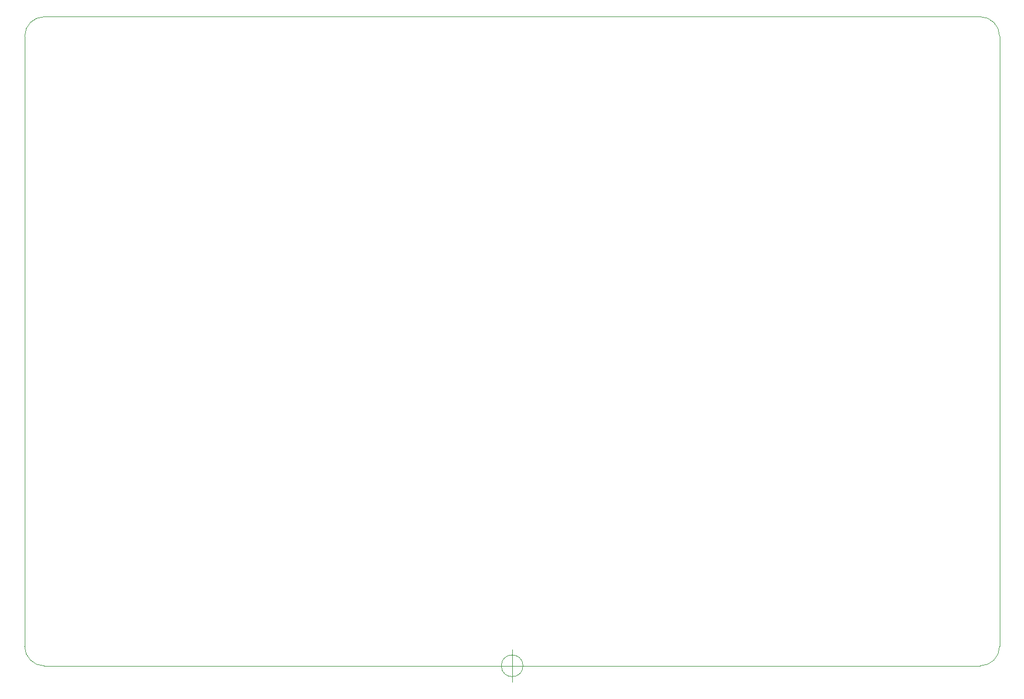
<source format=gm1>
%TF.GenerationSoftware,KiCad,Pcbnew,(6.0.0)*%
%TF.CreationDate,2022-11-24T19:05:04+01:00*%
%TF.ProjectId,PCB,5043422e-6b69-4636-9164-5f7063625858,rev?*%
%TF.SameCoordinates,Original*%
%TF.FileFunction,Profile,NP*%
%FSLAX46Y46*%
G04 Gerber Fmt 4.6, Leading zero omitted, Abs format (unit mm)*
G04 Created by KiCad (PCBNEW (6.0.0)) date 2022-11-24 19:05:04*
%MOMM*%
%LPD*%
G01*
G04 APERTURE LIST*
%TA.AperFunction,Profile*%
%ADD10C,0.100000*%
%TD*%
G04 APERTURE END LIST*
D10*
X174503680Y-127503680D02*
G75*
G03*
X177503680Y-124503680I-1J3000001D01*
G01*
X177503680Y-30496320D02*
G75*
G03*
X174503680Y-27496320I-3000001J-1D01*
G01*
X177503680Y-30496320D02*
X177503680Y-124503680D01*
X27496320Y-124503680D02*
G75*
G03*
X30496320Y-127503680I3000001J1D01*
G01*
X30496320Y-27496320D02*
G75*
G03*
X27496320Y-30496320I1J-3000001D01*
G01*
X27496320Y-124503680D02*
X27496320Y-30496320D01*
X174503680Y-127503680D02*
X30496320Y-127503680D01*
X30496320Y-27496320D02*
X174503680Y-27496320D01*
X104166666Y-127500000D02*
G75*
G03*
X104166666Y-127500000I-1666666J0D01*
G01*
X100000000Y-127500000D02*
X105000000Y-127500000D01*
X102500000Y-125000000D02*
X102500000Y-130000000D01*
M02*

</source>
